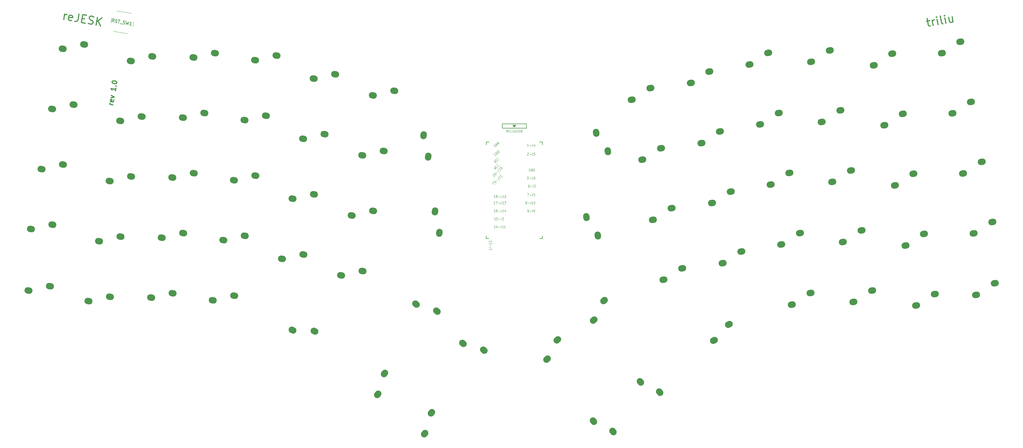
<source format=gto>
G04 #@! TF.GenerationSoftware,KiCad,Pcbnew,8.0.3*
G04 #@! TF.CreationDate,2024-07-15T09:39:08-04:00*
G04 #@! TF.ProjectId,reJESK,72654a45-534b-42e6-9b69-6361645f7063,1.0*
G04 #@! TF.SameCoordinates,Original*
G04 #@! TF.FileFunction,Legend,Top*
G04 #@! TF.FilePolarity,Positive*
%FSLAX46Y46*%
G04 Gerber Fmt 4.6, Leading zero omitted, Abs format (unit mm)*
G04 Created by KiCad (PCBNEW 8.0.3) date 2024-07-15 09:39:08*
%MOMM*%
%LPD*%
G01*
G04 APERTURE LIST*
G04 Aperture macros list*
%AMHorizOval*
0 Thick line with rounded ends*
0 $1 width*
0 $2 $3 position (X,Y) of the first rounded end (center of the circle)*
0 $4 $5 position (X,Y) of the second rounded end (center of the circle)*
0 Add line between two ends*
20,1,$1,$2,$3,$4,$5,0*
0 Add two circle primitives to create the rounded ends*
1,1,$1,$2,$3*
1,1,$1,$4,$5*%
G04 Aperture macros list end*
%ADD10C,0.300000*%
%ADD11C,0.125000*%
%ADD12C,0.120000*%
%ADD13C,0.150000*%
%ADD14HorizOval,2.000000X0.246202X-0.043412X-0.246202X0.043412X0*%
%ADD15HorizOval,2.000000X0.246202X0.043412X-0.246202X-0.043412X0*%
%ADD16HorizOval,2.000000X0.226577X-0.105655X-0.226577X0.105655X0*%
%ADD17HorizOval,2.000000X-0.043412X-0.246202X0.043412X0.246202X0*%
%ADD18HorizOval,2.000000X0.191511X-0.160697X-0.191511X0.160697X0*%
%ADD19HorizOval,2.000000X-0.160697X-0.191511X0.160697X0.191511X0*%
%ADD20HorizOval,2.000000X0.043412X-0.246202X-0.043412X0.246202X0*%
%ADD21HorizOval,2.000000X0.226577X0.105655X-0.226577X-0.105655X0*%
%ADD22HorizOval,2.000000X-0.160697X0.191511X0.160697X-0.191511X0*%
%ADD23HorizOval,2.000000X0.191511X0.160697X-0.191511X-0.160697X0*%
%ADD24HorizOval,2.000000X-0.043412X0.246202X0.043412X-0.246202X0*%
%ADD25HorizOval,2.000000X0.043412X0.246202X-0.043412X-0.246202X0*%
G04 APERTURE END LIST*
D10*
X81557415Y-76982540D02*
X80572607Y-76808892D01*
X80853981Y-76858506D02*
X80725697Y-76763356D01*
X80725697Y-76763356D02*
X80667757Y-76680609D01*
X80667757Y-76680609D02*
X80622221Y-76527519D01*
X80622221Y-76527519D02*
X80647028Y-76386832D01*
X81747544Y-75492926D02*
X81793080Y-75646016D01*
X81793080Y-75646016D02*
X81743466Y-75927390D01*
X81743466Y-75927390D02*
X81648316Y-76055673D01*
X81648316Y-76055673D02*
X81495226Y-76101210D01*
X81495226Y-76101210D02*
X80932478Y-76001982D01*
X80932478Y-76001982D02*
X80804195Y-75906832D01*
X80804195Y-75906832D02*
X80758659Y-75753741D01*
X80758659Y-75753741D02*
X80808272Y-75472368D01*
X80808272Y-75472368D02*
X80903423Y-75344084D01*
X80903423Y-75344084D02*
X81056513Y-75298548D01*
X81056513Y-75298548D02*
X81197200Y-75323355D01*
X81197200Y-75323355D02*
X81213852Y-76051596D01*
X80932307Y-74768934D02*
X81979132Y-74590865D01*
X81979132Y-74590865D02*
X81056341Y-74065500D01*
X82475269Y-71777129D02*
X82326428Y-72621250D01*
X82400849Y-72199189D02*
X80923637Y-71938717D01*
X80923637Y-71938717D02*
X81109860Y-72116614D01*
X81109860Y-72116614D02*
X81225740Y-72282108D01*
X81225740Y-72282108D02*
X81271277Y-72435198D01*
X82446213Y-71119232D02*
X82528960Y-71061292D01*
X82528960Y-71061292D02*
X82586900Y-71144039D01*
X82586900Y-71144039D02*
X82504153Y-71201979D01*
X82504153Y-71201979D02*
X82446213Y-71119232D01*
X82446213Y-71119232D02*
X82586900Y-71144039D01*
X81283337Y-69898758D02*
X81308144Y-69758072D01*
X81308144Y-69758072D02*
X81403294Y-69629788D01*
X81403294Y-69629788D02*
X81486041Y-69571848D01*
X81486041Y-69571848D02*
X81639131Y-69526312D01*
X81639131Y-69526312D02*
X81932908Y-69505582D01*
X81932908Y-69505582D02*
X82284625Y-69567599D01*
X82284625Y-69567599D02*
X82553595Y-69687556D01*
X82553595Y-69687556D02*
X82681879Y-69782707D01*
X82681879Y-69782707D02*
X82739819Y-69865454D01*
X82739819Y-69865454D02*
X82785355Y-70018544D01*
X82785355Y-70018544D02*
X82760548Y-70159231D01*
X82760548Y-70159231D02*
X82665398Y-70287514D01*
X82665398Y-70287514D02*
X82582651Y-70345454D01*
X82582651Y-70345454D02*
X82429561Y-70390991D01*
X82429561Y-70390991D02*
X82135784Y-70411720D01*
X82135784Y-70411720D02*
X81784067Y-70349703D01*
X81784067Y-70349703D02*
X81515097Y-70229746D01*
X81515097Y-70229746D02*
X81386813Y-70134596D01*
X81386813Y-70134596D02*
X81328873Y-70051849D01*
X81328873Y-70051849D02*
X81283337Y-69898758D01*
X335402647Y-50868131D02*
X336340559Y-50702752D01*
X335609657Y-49985441D02*
X335981760Y-52095743D01*
X335981760Y-52095743D02*
X336140344Y-52309549D01*
X336140344Y-52309549D02*
X336395495Y-52385443D01*
X336395495Y-52385443D02*
X336629973Y-52344098D01*
X337450645Y-52199392D02*
X337161232Y-50558045D01*
X337243921Y-51027002D02*
X337319816Y-50771851D01*
X337319816Y-50771851D02*
X337416382Y-50633940D01*
X337416382Y-50633940D02*
X337630188Y-50475356D01*
X337630188Y-50475356D02*
X337864666Y-50434011D01*
X338974753Y-51930651D02*
X338685339Y-50289304D01*
X338540632Y-49468631D02*
X338444066Y-49606543D01*
X338444066Y-49606543D02*
X338581977Y-49703109D01*
X338581977Y-49703109D02*
X338678544Y-49565198D01*
X338678544Y-49565198D02*
X338540632Y-49468631D01*
X338540632Y-49468631D02*
X338581977Y-49703109D01*
X340498860Y-51661909D02*
X340243709Y-51586015D01*
X340243709Y-51586015D02*
X340085125Y-51372209D01*
X340085125Y-51372209D02*
X339713022Y-49261907D01*
X341436772Y-51496530D02*
X341147358Y-49855184D01*
X341002652Y-49034511D02*
X340906085Y-49172422D01*
X340906085Y-49172422D02*
X341043996Y-49268989D01*
X341043996Y-49268989D02*
X341140563Y-49131077D01*
X341140563Y-49131077D02*
X341002652Y-49034511D01*
X341002652Y-49034511D02*
X341043996Y-49268989D01*
X343374899Y-49462408D02*
X343664313Y-51103754D01*
X342319748Y-49648460D02*
X342547145Y-50938089D01*
X342547145Y-50938089D02*
X342705729Y-51151895D01*
X342705729Y-51151895D02*
X342960879Y-51227789D01*
X342960879Y-51227789D02*
X343312596Y-51165772D01*
X343312596Y-51165772D02*
X343526402Y-51007188D01*
X343526402Y-51007188D02*
X343622968Y-50869276D01*
X66207731Y-50306835D02*
X66497145Y-48665489D01*
X66414455Y-49134445D02*
X66573039Y-48920639D01*
X66573039Y-48920639D02*
X66710951Y-48824073D01*
X66710951Y-48824073D02*
X66966101Y-48748179D01*
X66966101Y-48748179D02*
X67200579Y-48789523D01*
X68690423Y-50623717D02*
X68435273Y-50699611D01*
X68435273Y-50699611D02*
X67966316Y-50616921D01*
X67966316Y-50616921D02*
X67752511Y-50458337D01*
X67752511Y-50458337D02*
X67676617Y-50203187D01*
X67676617Y-50203187D02*
X67841996Y-49265275D01*
X67841996Y-49265275D02*
X68000580Y-49051469D01*
X68000580Y-49051469D02*
X68255730Y-48975575D01*
X68255730Y-48975575D02*
X68724686Y-49058265D01*
X68724686Y-49058265D02*
X68938492Y-49216848D01*
X68938492Y-49216848D02*
X69014386Y-49471999D01*
X69014386Y-49471999D02*
X68973041Y-49706477D01*
X68973041Y-49706477D02*
X67759306Y-49734231D01*
X70979695Y-48609695D02*
X70669609Y-50368280D01*
X70669609Y-50368280D02*
X70490353Y-50699325D01*
X70490353Y-50699325D02*
X70214530Y-50892458D01*
X70214530Y-50892458D02*
X69842141Y-50947680D01*
X69842141Y-50947680D02*
X69607663Y-50906335D01*
X71945361Y-49988809D02*
X72766035Y-50133516D01*
X72890355Y-51485162D02*
X71717965Y-51278438D01*
X71717965Y-51278438D02*
X72152085Y-48816419D01*
X72152085Y-48816419D02*
X73324476Y-49023143D01*
X73848940Y-51533302D02*
X74179985Y-51712559D01*
X74179985Y-51712559D02*
X74766180Y-51815921D01*
X74766180Y-51815921D02*
X75021330Y-51740026D01*
X75021330Y-51740026D02*
X75159242Y-51643460D01*
X75159242Y-51643460D02*
X75317825Y-51429654D01*
X75317825Y-51429654D02*
X75359170Y-51195176D01*
X75359170Y-51195176D02*
X75283276Y-50940026D01*
X75283276Y-50940026D02*
X75186709Y-50802114D01*
X75186709Y-50802114D02*
X74972904Y-50643530D01*
X74972904Y-50643530D02*
X74524620Y-50443602D01*
X74524620Y-50443602D02*
X74310814Y-50285018D01*
X74310814Y-50285018D02*
X74214248Y-50147106D01*
X74214248Y-50147106D02*
X74138354Y-49891956D01*
X74138354Y-49891956D02*
X74179698Y-49657478D01*
X74179698Y-49657478D02*
X74338282Y-49443672D01*
X74338282Y-49443672D02*
X74476194Y-49347106D01*
X74476194Y-49347106D02*
X74731344Y-49271212D01*
X74731344Y-49271212D02*
X75317539Y-49374574D01*
X75317539Y-49374574D02*
X75648584Y-49553830D01*
X76290287Y-52084662D02*
X76724407Y-49622642D01*
X77697155Y-52332731D02*
X76890072Y-50739811D01*
X78131275Y-49870711D02*
X76476338Y-51029511D01*
D11*
X210936058Y-110475855D02*
X211063677Y-110475855D01*
X211063677Y-110475855D02*
X211127487Y-110437760D01*
X211127487Y-110437760D02*
X211159391Y-110399664D01*
X211159391Y-110399664D02*
X211223201Y-110285379D01*
X211223201Y-110285379D02*
X211255106Y-110132998D01*
X211255106Y-110132998D02*
X211255106Y-109828236D01*
X211255106Y-109828236D02*
X211223201Y-109752045D01*
X211223201Y-109752045D02*
X211191296Y-109713950D01*
X211191296Y-109713950D02*
X211127487Y-109675855D01*
X211127487Y-109675855D02*
X210999868Y-109675855D01*
X210999868Y-109675855D02*
X210936058Y-109713950D01*
X210936058Y-109713950D02*
X210904153Y-109752045D01*
X210904153Y-109752045D02*
X210872249Y-109828236D01*
X210872249Y-109828236D02*
X210872249Y-110018712D01*
X210872249Y-110018712D02*
X210904153Y-110094902D01*
X210904153Y-110094902D02*
X210936058Y-110132998D01*
X210936058Y-110132998D02*
X210999868Y-110171093D01*
X210999868Y-110171093D02*
X211127487Y-110171093D01*
X211127487Y-110171093D02*
X211191296Y-110132998D01*
X211191296Y-110132998D02*
X211223201Y-110094902D01*
X211223201Y-110094902D02*
X211255106Y-110018712D01*
X211542248Y-110171093D02*
X212052725Y-110171093D01*
X212371772Y-110475855D02*
X212371772Y-109942521D01*
X212371772Y-110094902D02*
X212403677Y-110018712D01*
X212403677Y-110018712D02*
X212435582Y-109980617D01*
X212435582Y-109980617D02*
X212499391Y-109942521D01*
X212499391Y-109942521D02*
X212563201Y-109942521D01*
X212818439Y-110475855D02*
X212946058Y-110475855D01*
X212946058Y-110475855D02*
X213009868Y-110437760D01*
X213009868Y-110437760D02*
X213041772Y-110399664D01*
X213041772Y-110399664D02*
X213105582Y-110285379D01*
X213105582Y-110285379D02*
X213137487Y-110132998D01*
X213137487Y-110132998D02*
X213137487Y-109828236D01*
X213137487Y-109828236D02*
X213105582Y-109752045D01*
X213105582Y-109752045D02*
X213073677Y-109713950D01*
X213073677Y-109713950D02*
X213009868Y-109675855D01*
X213009868Y-109675855D02*
X212882249Y-109675855D01*
X212882249Y-109675855D02*
X212818439Y-109713950D01*
X212818439Y-109713950D02*
X212786534Y-109752045D01*
X212786534Y-109752045D02*
X212754630Y-109828236D01*
X212754630Y-109828236D02*
X212754630Y-110018712D01*
X212754630Y-110018712D02*
X212786534Y-110094902D01*
X212786534Y-110094902D02*
X212818439Y-110132998D01*
X212818439Y-110132998D02*
X212882249Y-110171093D01*
X212882249Y-110171093D02*
X213009868Y-110171093D01*
X213009868Y-110171093D02*
X213073677Y-110132998D01*
X213073677Y-110132998D02*
X213105582Y-110094902D01*
X213105582Y-110094902D02*
X213137487Y-110018712D01*
X198891272Y-119793451D02*
X198891272Y-119410594D01*
X198891272Y-119602022D02*
X199691272Y-119602022D01*
X199691272Y-119602022D02*
X199576987Y-119538213D01*
X199576987Y-119538213D02*
X199500796Y-119474403D01*
X199500796Y-119474403D02*
X199462701Y-119410594D01*
X199691272Y-120016784D02*
X199691272Y-120431546D01*
X199691272Y-120431546D02*
X199386510Y-120208212D01*
X199386510Y-120208212D02*
X199386510Y-120303927D01*
X199386510Y-120303927D02*
X199348415Y-120367736D01*
X199348415Y-120367736D02*
X199310320Y-120399641D01*
X199310320Y-120399641D02*
X199234129Y-120431546D01*
X199234129Y-120431546D02*
X199043653Y-120431546D01*
X199043653Y-120431546D02*
X198967463Y-120399641D01*
X198967463Y-120399641D02*
X198929368Y-120367736D01*
X198929368Y-120367736D02*
X198891272Y-120303927D01*
X198891272Y-120303927D02*
X198891272Y-120112498D01*
X198891272Y-120112498D02*
X198929368Y-120048689D01*
X198929368Y-120048689D02*
X198967463Y-120016784D01*
X199196034Y-120718688D02*
X199196034Y-121229165D01*
X198891272Y-121548212D02*
X199424606Y-121548212D01*
X199272225Y-121548212D02*
X199348415Y-121580117D01*
X199348415Y-121580117D02*
X199386510Y-121612022D01*
X199386510Y-121612022D02*
X199424606Y-121675831D01*
X199424606Y-121675831D02*
X199424606Y-121739641D01*
X199691272Y-121899165D02*
X199691272Y-122345831D01*
X199691272Y-122345831D02*
X198891272Y-122058689D01*
X200787249Y-110475855D02*
X200404392Y-110475855D01*
X200595820Y-110475855D02*
X200595820Y-109675855D01*
X200595820Y-109675855D02*
X200532011Y-109790140D01*
X200532011Y-109790140D02*
X200468201Y-109866331D01*
X200468201Y-109866331D02*
X200404392Y-109904426D01*
X201361534Y-109675855D02*
X201233915Y-109675855D01*
X201233915Y-109675855D02*
X201170106Y-109713950D01*
X201170106Y-109713950D02*
X201138201Y-109752045D01*
X201138201Y-109752045D02*
X201074391Y-109866331D01*
X201074391Y-109866331D02*
X201042487Y-110018712D01*
X201042487Y-110018712D02*
X201042487Y-110323474D01*
X201042487Y-110323474D02*
X201074391Y-110399664D01*
X201074391Y-110399664D02*
X201106296Y-110437760D01*
X201106296Y-110437760D02*
X201170106Y-110475855D01*
X201170106Y-110475855D02*
X201297725Y-110475855D01*
X201297725Y-110475855D02*
X201361534Y-110437760D01*
X201361534Y-110437760D02*
X201393439Y-110399664D01*
X201393439Y-110399664D02*
X201425344Y-110323474D01*
X201425344Y-110323474D02*
X201425344Y-110132998D01*
X201425344Y-110132998D02*
X201393439Y-110056807D01*
X201393439Y-110056807D02*
X201361534Y-110018712D01*
X201361534Y-110018712D02*
X201297725Y-109980617D01*
X201297725Y-109980617D02*
X201170106Y-109980617D01*
X201170106Y-109980617D02*
X201106296Y-110018712D01*
X201106296Y-110018712D02*
X201074391Y-110056807D01*
X201074391Y-110056807D02*
X201042487Y-110132998D01*
X201712486Y-110171093D02*
X202222963Y-110171093D01*
X202829153Y-110437760D02*
X202765344Y-110475855D01*
X202765344Y-110475855D02*
X202637725Y-110475855D01*
X202637725Y-110475855D02*
X202573915Y-110437760D01*
X202573915Y-110437760D02*
X202542010Y-110399664D01*
X202542010Y-110399664D02*
X202510106Y-110323474D01*
X202510106Y-110323474D02*
X202510106Y-110094902D01*
X202510106Y-110094902D02*
X202542010Y-110018712D01*
X202542010Y-110018712D02*
X202573915Y-109980617D01*
X202573915Y-109980617D02*
X202637725Y-109942521D01*
X202637725Y-109942521D02*
X202765344Y-109942521D01*
X202765344Y-109942521D02*
X202829153Y-109980617D01*
X203467249Y-110475855D02*
X203084392Y-110475855D01*
X203275820Y-110475855D02*
X203275820Y-109675855D01*
X203275820Y-109675855D02*
X203212011Y-109790140D01*
X203212011Y-109790140D02*
X203148201Y-109866331D01*
X203148201Y-109866331D02*
X203084392Y-109904426D01*
X204041534Y-109942521D02*
X204041534Y-110475855D01*
X203882010Y-109637760D02*
X203722487Y-110209188D01*
X203722487Y-110209188D02*
X204137248Y-110209188D01*
X211143439Y-99425855D02*
X210824391Y-99425855D01*
X210824391Y-99425855D02*
X210792487Y-99806807D01*
X210792487Y-99806807D02*
X210824391Y-99768712D01*
X210824391Y-99768712D02*
X210888201Y-99730617D01*
X210888201Y-99730617D02*
X211047725Y-99730617D01*
X211047725Y-99730617D02*
X211111534Y-99768712D01*
X211111534Y-99768712D02*
X211143439Y-99806807D01*
X211143439Y-99806807D02*
X211175344Y-99882998D01*
X211175344Y-99882998D02*
X211175344Y-100073474D01*
X211175344Y-100073474D02*
X211143439Y-100149664D01*
X211143439Y-100149664D02*
X211111534Y-100187760D01*
X211111534Y-100187760D02*
X211047725Y-100225855D01*
X211047725Y-100225855D02*
X210888201Y-100225855D01*
X210888201Y-100225855D02*
X210824391Y-100187760D01*
X210824391Y-100187760D02*
X210792487Y-100149664D01*
X211462486Y-99921093D02*
X211972963Y-99921093D01*
X212579153Y-100187760D02*
X212515344Y-100225855D01*
X212515344Y-100225855D02*
X212387725Y-100225855D01*
X212387725Y-100225855D02*
X212323915Y-100187760D01*
X212323915Y-100187760D02*
X212292010Y-100149664D01*
X212292010Y-100149664D02*
X212260106Y-100073474D01*
X212260106Y-100073474D02*
X212260106Y-99844902D01*
X212260106Y-99844902D02*
X212292010Y-99768712D01*
X212292010Y-99768712D02*
X212323915Y-99730617D01*
X212323915Y-99730617D02*
X212387725Y-99692521D01*
X212387725Y-99692521D02*
X212515344Y-99692521D01*
X212515344Y-99692521D02*
X212579153Y-99730617D01*
X213153439Y-99425855D02*
X213025820Y-99425855D01*
X213025820Y-99425855D02*
X212962011Y-99463950D01*
X212962011Y-99463950D02*
X212930106Y-99502045D01*
X212930106Y-99502045D02*
X212866296Y-99616331D01*
X212866296Y-99616331D02*
X212834392Y-99768712D01*
X212834392Y-99768712D02*
X212834392Y-100073474D01*
X212834392Y-100073474D02*
X212866296Y-100149664D01*
X212866296Y-100149664D02*
X212898201Y-100187760D01*
X212898201Y-100187760D02*
X212962011Y-100225855D01*
X212962011Y-100225855D02*
X213089630Y-100225855D01*
X213089630Y-100225855D02*
X213153439Y-100187760D01*
X213153439Y-100187760D02*
X213185344Y-100149664D01*
X213185344Y-100149664D02*
X213217249Y-100073474D01*
X213217249Y-100073474D02*
X213217249Y-99882998D01*
X213217249Y-99882998D02*
X213185344Y-99806807D01*
X213185344Y-99806807D02*
X213153439Y-99768712D01*
X213153439Y-99768712D02*
X213089630Y-99730617D01*
X213089630Y-99730617D02*
X212962011Y-99730617D01*
X212962011Y-99730617D02*
X212898201Y-99768712D01*
X212898201Y-99768712D02*
X212866296Y-99806807D01*
X212866296Y-99806807D02*
X212834392Y-99882998D01*
X200724205Y-101657123D02*
X200453484Y-101927844D01*
X200588845Y-101792484D02*
X200023159Y-101226798D01*
X200023159Y-101226798D02*
X200058851Y-101352731D01*
X200058851Y-101352731D02*
X200067606Y-101451726D01*
X200067606Y-101451726D02*
X200049423Y-101523783D01*
X200949806Y-101431523D02*
X201040046Y-101341283D01*
X201040046Y-101341283D02*
X201058229Y-101269225D01*
X201058229Y-101269225D02*
X201053851Y-101219727D01*
X201053851Y-101219727D02*
X201018159Y-101093795D01*
X201018159Y-101093795D02*
X200932970Y-100963485D01*
X200932970Y-100963485D02*
X200717470Y-100747986D01*
X200717470Y-100747986D02*
X200641036Y-100716672D01*
X200641036Y-100716672D02*
X200591538Y-100712294D01*
X200591538Y-100712294D02*
X200519481Y-100730477D01*
X200519481Y-100730477D02*
X200429240Y-100820717D01*
X200429240Y-100820717D02*
X200411057Y-100892775D01*
X200411057Y-100892775D02*
X200415435Y-100942272D01*
X200415435Y-100942272D02*
X200446750Y-101018707D01*
X200446750Y-101018707D02*
X200581437Y-101153394D01*
X200581437Y-101153394D02*
X200657871Y-101184709D01*
X200657871Y-101184709D02*
X200707369Y-101189086D01*
X200707369Y-101189086D02*
X200779426Y-101170903D01*
X200779426Y-101170903D02*
X200869667Y-101080663D01*
X200869667Y-101080663D02*
X200887849Y-101008606D01*
X200887849Y-101008606D02*
X200883472Y-100959108D01*
X200883472Y-100959108D02*
X200852157Y-100882673D01*
X201162948Y-100787382D02*
X201523909Y-100426421D01*
X202141112Y-100186341D02*
X202122929Y-100258399D01*
X202122929Y-100258399D02*
X202032689Y-100348639D01*
X202032689Y-100348639D02*
X201960631Y-100366822D01*
X201960631Y-100366822D02*
X201911134Y-100362445D01*
X201911134Y-100362445D02*
X201834699Y-100331130D01*
X201834699Y-100331130D02*
X201673075Y-100169506D01*
X201673075Y-100169506D02*
X201641760Y-100093071D01*
X201641760Y-100093071D02*
X201637383Y-100043573D01*
X201637383Y-100043573D02*
X201655565Y-99971516D01*
X201655565Y-99971516D02*
X201745806Y-99881275D01*
X201745806Y-99881275D02*
X201817863Y-99863093D01*
X202619251Y-99762077D02*
X202348530Y-100032798D01*
X202483891Y-99897438D02*
X201918205Y-99331752D01*
X201918205Y-99331752D02*
X201953897Y-99457685D01*
X201953897Y-99457685D02*
X201962652Y-99556680D01*
X201962652Y-99556680D02*
X201944469Y-99628737D01*
X203070452Y-99310876D02*
X202799732Y-99581597D01*
X202935092Y-99446236D02*
X202369407Y-98880551D01*
X202369407Y-98880551D02*
X202405099Y-99006483D01*
X202405099Y-99006483D02*
X202413853Y-99105478D01*
X202413853Y-99105478D02*
X202395671Y-99177536D01*
X200612259Y-92191573D02*
X200540202Y-92209756D01*
X200540202Y-92209756D02*
X200472521Y-92277436D01*
X200472521Y-92277436D02*
X200431779Y-92372054D01*
X200431779Y-92372054D02*
X200440533Y-92471049D01*
X200440533Y-92471049D02*
X200471848Y-92547483D01*
X200471848Y-92547483D02*
X200557038Y-92677793D01*
X200557038Y-92677793D02*
X200637850Y-92758605D01*
X200637850Y-92758605D02*
X200768159Y-92843795D01*
X200768159Y-92843795D02*
X200844594Y-92875110D01*
X200844594Y-92875110D02*
X200943589Y-92883864D01*
X200943589Y-92883864D02*
X201038207Y-92843121D01*
X201038207Y-92843121D02*
X201083327Y-92798001D01*
X201083327Y-92798001D02*
X201124070Y-92703384D01*
X201124070Y-92703384D02*
X201119693Y-92653886D01*
X201119693Y-92653886D02*
X200931131Y-92465324D01*
X200931131Y-92465324D02*
X200840890Y-92555565D01*
X201376608Y-92504720D02*
X200810923Y-91939035D01*
X200810923Y-91939035D02*
X201647329Y-92233999D01*
X201647329Y-92233999D02*
X201081643Y-91668314D01*
X201872930Y-92008399D02*
X201307244Y-91442713D01*
X201307244Y-91442713D02*
X201420045Y-91329913D01*
X201420045Y-91329913D02*
X201514662Y-91289170D01*
X201514662Y-91289170D02*
X201613657Y-91297925D01*
X201613657Y-91297925D02*
X201690092Y-91329239D01*
X201690092Y-91329239D02*
X201820402Y-91414429D01*
X201820402Y-91414429D02*
X201901214Y-91495241D01*
X201901214Y-91495241D02*
X201986404Y-91625551D01*
X201986404Y-91625551D02*
X202017718Y-91701986D01*
X202017718Y-91701986D02*
X202026473Y-91800981D01*
X202026473Y-91800981D02*
X201985730Y-91895598D01*
X201985730Y-91895598D02*
X201872930Y-92008399D01*
X201252528Y-94878800D02*
X200825233Y-94767347D01*
X200981807Y-95149521D02*
X200416122Y-94583836D01*
X200416122Y-94583836D02*
X200596602Y-94403355D01*
X200596602Y-94403355D02*
X200668660Y-94385173D01*
X200668660Y-94385173D02*
X200718157Y-94389550D01*
X200718157Y-94389550D02*
X200794592Y-94420865D01*
X200794592Y-94420865D02*
X200875404Y-94501677D01*
X200875404Y-94501677D02*
X200906719Y-94578112D01*
X200906719Y-94578112D02*
X200911096Y-94627609D01*
X200911096Y-94627609D02*
X200892914Y-94699667D01*
X200892914Y-94699667D02*
X200712433Y-94880147D01*
X201406071Y-94671383D02*
X201500689Y-94630640D01*
X201500689Y-94630640D02*
X201613489Y-94517839D01*
X201613489Y-94517839D02*
X201631672Y-94445782D01*
X201631672Y-94445782D02*
X201627294Y-94396284D01*
X201627294Y-94396284D02*
X201595980Y-94319849D01*
X201595980Y-94319849D02*
X201542105Y-94265975D01*
X201542105Y-94265975D02*
X201465670Y-94234660D01*
X201465670Y-94234660D02*
X201416173Y-94230283D01*
X201416173Y-94230283D02*
X201344115Y-94248465D01*
X201344115Y-94248465D02*
X201226937Y-94311768D01*
X201226937Y-94311768D02*
X201154880Y-94329951D01*
X201154880Y-94329951D02*
X201105382Y-94325574D01*
X201105382Y-94325574D02*
X201028947Y-94294259D01*
X201028947Y-94294259D02*
X200975073Y-94240384D01*
X200975073Y-94240384D02*
X200943758Y-94163949D01*
X200943758Y-94163949D02*
X200939381Y-94114452D01*
X200939381Y-94114452D02*
X200957563Y-94042394D01*
X200957563Y-94042394D02*
X201070364Y-93929594D01*
X201070364Y-93929594D02*
X201164981Y-93888851D01*
X201273404Y-93726553D02*
X201544125Y-93455832D01*
X201974450Y-94156878D02*
X201408765Y-93591193D01*
X210792487Y-92002045D02*
X210824391Y-91963950D01*
X210824391Y-91963950D02*
X210888201Y-91925855D01*
X210888201Y-91925855D02*
X211047725Y-91925855D01*
X211047725Y-91925855D02*
X211111534Y-91963950D01*
X211111534Y-91963950D02*
X211143439Y-92002045D01*
X211143439Y-92002045D02*
X211175344Y-92078236D01*
X211175344Y-92078236D02*
X211175344Y-92154426D01*
X211175344Y-92154426D02*
X211143439Y-92268712D01*
X211143439Y-92268712D02*
X210760582Y-92725855D01*
X210760582Y-92725855D02*
X211175344Y-92725855D01*
X211462486Y-92421093D02*
X211972963Y-92421093D01*
X212579153Y-92687760D02*
X212515344Y-92725855D01*
X212515344Y-92725855D02*
X212387725Y-92725855D01*
X212387725Y-92725855D02*
X212323915Y-92687760D01*
X212323915Y-92687760D02*
X212292010Y-92649664D01*
X212292010Y-92649664D02*
X212260106Y-92573474D01*
X212260106Y-92573474D02*
X212260106Y-92344902D01*
X212260106Y-92344902D02*
X212292010Y-92268712D01*
X212292010Y-92268712D02*
X212323915Y-92230617D01*
X212323915Y-92230617D02*
X212387725Y-92192521D01*
X212387725Y-92192521D02*
X212515344Y-92192521D01*
X212515344Y-92192521D02*
X212579153Y-92230617D01*
X213185344Y-91925855D02*
X212866296Y-91925855D01*
X212866296Y-91925855D02*
X212834392Y-92306807D01*
X212834392Y-92306807D02*
X212866296Y-92268712D01*
X212866296Y-92268712D02*
X212930106Y-92230617D01*
X212930106Y-92230617D02*
X213089630Y-92230617D01*
X213089630Y-92230617D02*
X213153439Y-92268712D01*
X213153439Y-92268712D02*
X213185344Y-92306807D01*
X213185344Y-92306807D02*
X213217249Y-92382998D01*
X213217249Y-92382998D02*
X213217249Y-92573474D01*
X213217249Y-92573474D02*
X213185344Y-92649664D01*
X213185344Y-92649664D02*
X213153439Y-92687760D01*
X213153439Y-92687760D02*
X213089630Y-92725855D01*
X213089630Y-92725855D02*
X212930106Y-92725855D01*
X212930106Y-92725855D02*
X212866296Y-92687760D01*
X212866296Y-92687760D02*
X212834392Y-92649664D01*
X200867011Y-115475855D02*
X200484154Y-115475855D01*
X200675582Y-115475855D02*
X200675582Y-114675855D01*
X200675582Y-114675855D02*
X200611773Y-114790140D01*
X200611773Y-114790140D02*
X200547963Y-114866331D01*
X200547963Y-114866331D02*
X200484154Y-114904426D01*
X201441296Y-114942521D02*
X201441296Y-115475855D01*
X201281772Y-114637760D02*
X201122249Y-115209188D01*
X201122249Y-115209188D02*
X201537010Y-115209188D01*
X201792248Y-115171093D02*
X202302725Y-115171093D01*
X202621772Y-115475855D02*
X202621772Y-114942521D01*
X202621772Y-115094902D02*
X202653677Y-115018712D01*
X202653677Y-115018712D02*
X202685582Y-114980617D01*
X202685582Y-114980617D02*
X202749391Y-114942521D01*
X202749391Y-114942521D02*
X202813201Y-114942521D01*
X203387487Y-115475855D02*
X203004630Y-115475855D01*
X203196058Y-115475855D02*
X203196058Y-114675855D01*
X203196058Y-114675855D02*
X203132249Y-114790140D01*
X203132249Y-114790140D02*
X203068439Y-114866331D01*
X203068439Y-114866331D02*
X203004630Y-114904426D01*
X204025582Y-115475855D02*
X203642725Y-115475855D01*
X203834153Y-115475855D02*
X203834153Y-114675855D01*
X203834153Y-114675855D02*
X203770344Y-114790140D01*
X203770344Y-114790140D02*
X203706534Y-114866331D01*
X203706534Y-114866331D02*
X203642725Y-114904426D01*
X211441296Y-101925855D02*
X211313677Y-101925855D01*
X211313677Y-101925855D02*
X211249868Y-101963950D01*
X211249868Y-101963950D02*
X211217963Y-102002045D01*
X211217963Y-102002045D02*
X211154153Y-102116331D01*
X211154153Y-102116331D02*
X211122249Y-102268712D01*
X211122249Y-102268712D02*
X211122249Y-102573474D01*
X211122249Y-102573474D02*
X211154153Y-102649664D01*
X211154153Y-102649664D02*
X211186058Y-102687760D01*
X211186058Y-102687760D02*
X211249868Y-102725855D01*
X211249868Y-102725855D02*
X211377487Y-102725855D01*
X211377487Y-102725855D02*
X211441296Y-102687760D01*
X211441296Y-102687760D02*
X211473201Y-102649664D01*
X211473201Y-102649664D02*
X211505106Y-102573474D01*
X211505106Y-102573474D02*
X211505106Y-102382998D01*
X211505106Y-102382998D02*
X211473201Y-102306807D01*
X211473201Y-102306807D02*
X211441296Y-102268712D01*
X211441296Y-102268712D02*
X211377487Y-102230617D01*
X211377487Y-102230617D02*
X211249868Y-102230617D01*
X211249868Y-102230617D02*
X211186058Y-102268712D01*
X211186058Y-102268712D02*
X211154153Y-102306807D01*
X211154153Y-102306807D02*
X211122249Y-102382998D01*
X211792248Y-102421093D02*
X212302725Y-102421093D01*
X212621772Y-102725855D02*
X212621772Y-102192521D01*
X212621772Y-102344902D02*
X212653677Y-102268712D01*
X212653677Y-102268712D02*
X212685582Y-102230617D01*
X212685582Y-102230617D02*
X212749391Y-102192521D01*
X212749391Y-102192521D02*
X212813201Y-102192521D01*
X213387487Y-102725855D02*
X213004630Y-102725855D01*
X213196058Y-102725855D02*
X213196058Y-101925855D01*
X213196058Y-101925855D02*
X213132249Y-102040140D01*
X213132249Y-102040140D02*
X213068439Y-102116331D01*
X213068439Y-102116331D02*
X213004630Y-102154426D01*
X201184847Y-89946481D02*
X200757553Y-89835028D01*
X200914126Y-90217202D02*
X200348441Y-89651517D01*
X200348441Y-89651517D02*
X200528921Y-89471036D01*
X200528921Y-89471036D02*
X200600979Y-89452853D01*
X200600979Y-89452853D02*
X200650476Y-89457231D01*
X200650476Y-89457231D02*
X200726911Y-89488545D01*
X200726911Y-89488545D02*
X200807723Y-89569358D01*
X200807723Y-89569358D02*
X200839038Y-89645792D01*
X200839038Y-89645792D02*
X200843416Y-89695290D01*
X200843416Y-89695290D02*
X200825233Y-89767348D01*
X200825233Y-89767348D02*
X200644752Y-89947828D01*
X201203703Y-89604376D02*
X201429304Y-89378775D01*
X201320208Y-89811121D02*
X200912443Y-89087515D01*
X200912443Y-89087515D02*
X201636049Y-89495280D01*
X201183164Y-88816794D02*
X201861649Y-89269679D01*
X201861649Y-89269679D02*
X201547829Y-88775378D01*
X201547829Y-88775378D02*
X202042130Y-89089198D01*
X202042130Y-89089198D02*
X201589245Y-88410712D01*
X211175344Y-89975855D02*
X210792487Y-89975855D01*
X210983915Y-89975855D02*
X210983915Y-89175855D01*
X210983915Y-89175855D02*
X210920106Y-89290140D01*
X210920106Y-89290140D02*
X210856296Y-89366331D01*
X210856296Y-89366331D02*
X210792487Y-89404426D01*
X211462486Y-89671093D02*
X211972963Y-89671093D01*
X212579153Y-89937760D02*
X212515344Y-89975855D01*
X212515344Y-89975855D02*
X212387725Y-89975855D01*
X212387725Y-89975855D02*
X212323915Y-89937760D01*
X212323915Y-89937760D02*
X212292010Y-89899664D01*
X212292010Y-89899664D02*
X212260106Y-89823474D01*
X212260106Y-89823474D02*
X212260106Y-89594902D01*
X212260106Y-89594902D02*
X212292010Y-89518712D01*
X212292010Y-89518712D02*
X212323915Y-89480617D01*
X212323915Y-89480617D02*
X212387725Y-89442521D01*
X212387725Y-89442521D02*
X212515344Y-89442521D01*
X212515344Y-89442521D02*
X212579153Y-89480617D01*
X213153439Y-89442521D02*
X213153439Y-89975855D01*
X212993915Y-89137760D02*
X212834392Y-89709188D01*
X212834392Y-89709188D02*
X213249153Y-89709188D01*
X200936059Y-112975855D02*
X200553202Y-112975855D01*
X200744630Y-112975855D02*
X200744630Y-112175855D01*
X200744630Y-112175855D02*
X200680821Y-112290140D01*
X200680821Y-112290140D02*
X200617011Y-112366331D01*
X200617011Y-112366331D02*
X200553202Y-112404426D01*
X201542249Y-112175855D02*
X201223201Y-112175855D01*
X201223201Y-112175855D02*
X201191297Y-112556807D01*
X201191297Y-112556807D02*
X201223201Y-112518712D01*
X201223201Y-112518712D02*
X201287011Y-112480617D01*
X201287011Y-112480617D02*
X201446535Y-112480617D01*
X201446535Y-112480617D02*
X201510344Y-112518712D01*
X201510344Y-112518712D02*
X201542249Y-112556807D01*
X201542249Y-112556807D02*
X201574154Y-112632998D01*
X201574154Y-112632998D02*
X201574154Y-112823474D01*
X201574154Y-112823474D02*
X201542249Y-112899664D01*
X201542249Y-112899664D02*
X201510344Y-112937760D01*
X201510344Y-112937760D02*
X201446535Y-112975855D01*
X201446535Y-112975855D02*
X201287011Y-112975855D01*
X201287011Y-112975855D02*
X201223201Y-112937760D01*
X201223201Y-112937760D02*
X201191297Y-112899664D01*
X201861296Y-112671093D02*
X202371773Y-112671093D01*
X202690820Y-112975855D02*
X202690820Y-112442521D01*
X202690820Y-112594902D02*
X202722725Y-112518712D01*
X202722725Y-112518712D02*
X202754630Y-112480617D01*
X202754630Y-112480617D02*
X202818439Y-112442521D01*
X202818439Y-112442521D02*
X202882249Y-112442521D01*
X203073678Y-112252045D02*
X203105582Y-112213950D01*
X203105582Y-112213950D02*
X203169392Y-112175855D01*
X203169392Y-112175855D02*
X203328916Y-112175855D01*
X203328916Y-112175855D02*
X203392725Y-112213950D01*
X203392725Y-112213950D02*
X203424630Y-112252045D01*
X203424630Y-112252045D02*
X203456535Y-112328236D01*
X203456535Y-112328236D02*
X203456535Y-112404426D01*
X203456535Y-112404426D02*
X203424630Y-112518712D01*
X203424630Y-112518712D02*
X203041773Y-112975855D01*
X203041773Y-112975855D02*
X203456535Y-112975855D01*
X210840344Y-104675855D02*
X211287010Y-104675855D01*
X211287010Y-104675855D02*
X210999868Y-105475855D01*
X211542248Y-105171093D02*
X212052725Y-105171093D01*
X212371772Y-105475855D02*
X212371772Y-104942521D01*
X212371772Y-105094902D02*
X212403677Y-105018712D01*
X212403677Y-105018712D02*
X212435582Y-104980617D01*
X212435582Y-104980617D02*
X212499391Y-104942521D01*
X212499391Y-104942521D02*
X212563201Y-104942521D01*
X212722725Y-104675855D02*
X213137487Y-104675855D01*
X213137487Y-104675855D02*
X212914153Y-104980617D01*
X212914153Y-104980617D02*
X213009868Y-104980617D01*
X213009868Y-104980617D02*
X213073677Y-105018712D01*
X213073677Y-105018712D02*
X213105582Y-105056807D01*
X213105582Y-105056807D02*
X213137487Y-105132998D01*
X213137487Y-105132998D02*
X213137487Y-105323474D01*
X213137487Y-105323474D02*
X213105582Y-105399664D01*
X213105582Y-105399664D02*
X213073677Y-105437760D01*
X213073677Y-105437760D02*
X213009868Y-105475855D01*
X213009868Y-105475855D02*
X212818439Y-105475855D01*
X212818439Y-105475855D02*
X212754630Y-105437760D01*
X212754630Y-105437760D02*
X212722725Y-105399664D01*
X200314601Y-96685357D02*
X201038207Y-97093122D01*
X201038207Y-97093122D02*
X200630442Y-96369516D01*
X201570894Y-96452685D02*
X201575271Y-96502182D01*
X201575271Y-96502182D02*
X201534528Y-96596800D01*
X201534528Y-96596800D02*
X201489408Y-96641920D01*
X201489408Y-96641920D02*
X201394791Y-96682663D01*
X201394791Y-96682663D02*
X201295796Y-96673908D01*
X201295796Y-96673908D02*
X201219361Y-96642594D01*
X201219361Y-96642594D02*
X201089051Y-96557404D01*
X201089051Y-96557404D02*
X201008239Y-96476592D01*
X201008239Y-96476592D02*
X200923049Y-96346282D01*
X200923049Y-96346282D02*
X200891735Y-96269847D01*
X200891735Y-96269847D02*
X200882980Y-96170852D01*
X200882980Y-96170852D02*
X200923723Y-96076235D01*
X200923723Y-96076235D02*
X200968843Y-96031115D01*
X200968843Y-96031115D02*
X201063461Y-95990372D01*
X201063461Y-95990372D02*
X201112958Y-95994749D01*
X202044655Y-95978923D02*
X202049033Y-96028421D01*
X202049033Y-96028421D02*
X202008290Y-96123038D01*
X202008290Y-96123038D02*
X201963170Y-96168159D01*
X201963170Y-96168159D02*
X201868552Y-96208901D01*
X201868552Y-96208901D02*
X201769557Y-96200147D01*
X201769557Y-96200147D02*
X201693122Y-96168832D01*
X201693122Y-96168832D02*
X201562813Y-96083642D01*
X201562813Y-96083642D02*
X201482000Y-96002830D01*
X201482000Y-96002830D02*
X201396811Y-95872521D01*
X201396811Y-95872521D02*
X201365496Y-95796086D01*
X201365496Y-95796086D02*
X201356741Y-95697091D01*
X201356741Y-95697091D02*
X201397484Y-95602473D01*
X201397484Y-95602473D02*
X201442604Y-95557353D01*
X201442604Y-95557353D02*
X201537222Y-95516610D01*
X201537222Y-95516610D02*
X201586720Y-95520988D01*
X200787249Y-107975855D02*
X200404392Y-107975855D01*
X200595820Y-107975855D02*
X200595820Y-107175855D01*
X200595820Y-107175855D02*
X200532011Y-107290140D01*
X200532011Y-107290140D02*
X200468201Y-107366331D01*
X200468201Y-107366331D02*
X200404392Y-107404426D01*
X201010582Y-107175855D02*
X201457248Y-107175855D01*
X201457248Y-107175855D02*
X201170106Y-107975855D01*
X201712486Y-107671093D02*
X202222963Y-107671093D01*
X202829153Y-107937760D02*
X202765344Y-107975855D01*
X202765344Y-107975855D02*
X202637725Y-107975855D01*
X202637725Y-107975855D02*
X202573915Y-107937760D01*
X202573915Y-107937760D02*
X202542010Y-107899664D01*
X202542010Y-107899664D02*
X202510106Y-107823474D01*
X202510106Y-107823474D02*
X202510106Y-107594902D01*
X202510106Y-107594902D02*
X202542010Y-107518712D01*
X202542010Y-107518712D02*
X202573915Y-107480617D01*
X202573915Y-107480617D02*
X202637725Y-107442521D01*
X202637725Y-107442521D02*
X202765344Y-107442521D01*
X202765344Y-107442521D02*
X202829153Y-107480617D01*
X203467249Y-107975855D02*
X203084392Y-107975855D01*
X203275820Y-107975855D02*
X203275820Y-107175855D01*
X203275820Y-107175855D02*
X203212011Y-107290140D01*
X203212011Y-107290140D02*
X203148201Y-107366331D01*
X203148201Y-107366331D02*
X203084392Y-107404426D01*
X203690582Y-107175855D02*
X204105344Y-107175855D01*
X204105344Y-107175855D02*
X203882010Y-107480617D01*
X203882010Y-107480617D02*
X203977725Y-107480617D01*
X203977725Y-107480617D02*
X204041534Y-107518712D01*
X204041534Y-107518712D02*
X204073439Y-107556807D01*
X204073439Y-107556807D02*
X204105344Y-107632998D01*
X204105344Y-107632998D02*
X204105344Y-107823474D01*
X204105344Y-107823474D02*
X204073439Y-107899664D01*
X204073439Y-107899664D02*
X204041534Y-107937760D01*
X204041534Y-107937760D02*
X203977725Y-107975855D01*
X203977725Y-107975855D02*
X203786296Y-107975855D01*
X203786296Y-107975855D02*
X203722487Y-107937760D01*
X203722487Y-107937760D02*
X203690582Y-107899664D01*
X200787249Y-105975855D02*
X200404392Y-105975855D01*
X200595820Y-105975855D02*
X200595820Y-105175855D01*
X200595820Y-105175855D02*
X200532011Y-105290140D01*
X200532011Y-105290140D02*
X200468201Y-105366331D01*
X200468201Y-105366331D02*
X200404392Y-105404426D01*
X201170106Y-105518712D02*
X201106296Y-105480617D01*
X201106296Y-105480617D02*
X201074391Y-105442521D01*
X201074391Y-105442521D02*
X201042487Y-105366331D01*
X201042487Y-105366331D02*
X201042487Y-105328236D01*
X201042487Y-105328236D02*
X201074391Y-105252045D01*
X201074391Y-105252045D02*
X201106296Y-105213950D01*
X201106296Y-105213950D02*
X201170106Y-105175855D01*
X201170106Y-105175855D02*
X201297725Y-105175855D01*
X201297725Y-105175855D02*
X201361534Y-105213950D01*
X201361534Y-105213950D02*
X201393439Y-105252045D01*
X201393439Y-105252045D02*
X201425344Y-105328236D01*
X201425344Y-105328236D02*
X201425344Y-105366331D01*
X201425344Y-105366331D02*
X201393439Y-105442521D01*
X201393439Y-105442521D02*
X201361534Y-105480617D01*
X201361534Y-105480617D02*
X201297725Y-105518712D01*
X201297725Y-105518712D02*
X201170106Y-105518712D01*
X201170106Y-105518712D02*
X201106296Y-105556807D01*
X201106296Y-105556807D02*
X201074391Y-105594902D01*
X201074391Y-105594902D02*
X201042487Y-105671093D01*
X201042487Y-105671093D02*
X201042487Y-105823474D01*
X201042487Y-105823474D02*
X201074391Y-105899664D01*
X201074391Y-105899664D02*
X201106296Y-105937760D01*
X201106296Y-105937760D02*
X201170106Y-105975855D01*
X201170106Y-105975855D02*
X201297725Y-105975855D01*
X201297725Y-105975855D02*
X201361534Y-105937760D01*
X201361534Y-105937760D02*
X201393439Y-105899664D01*
X201393439Y-105899664D02*
X201425344Y-105823474D01*
X201425344Y-105823474D02*
X201425344Y-105671093D01*
X201425344Y-105671093D02*
X201393439Y-105594902D01*
X201393439Y-105594902D02*
X201361534Y-105556807D01*
X201361534Y-105556807D02*
X201297725Y-105518712D01*
X201712486Y-105671093D02*
X202222963Y-105671093D01*
X202829153Y-105937760D02*
X202765344Y-105975855D01*
X202765344Y-105975855D02*
X202637725Y-105975855D01*
X202637725Y-105975855D02*
X202573915Y-105937760D01*
X202573915Y-105937760D02*
X202542010Y-105899664D01*
X202542010Y-105899664D02*
X202510106Y-105823474D01*
X202510106Y-105823474D02*
X202510106Y-105594902D01*
X202510106Y-105594902D02*
X202542010Y-105518712D01*
X202542010Y-105518712D02*
X202573915Y-105480617D01*
X202573915Y-105480617D02*
X202637725Y-105442521D01*
X202637725Y-105442521D02*
X202765344Y-105442521D01*
X202765344Y-105442521D02*
X202829153Y-105480617D01*
X203467249Y-105975855D02*
X203084392Y-105975855D01*
X203275820Y-105975855D02*
X203275820Y-105175855D01*
X203275820Y-105175855D02*
X203212011Y-105290140D01*
X203212011Y-105290140D02*
X203148201Y-105366331D01*
X203148201Y-105366331D02*
X203084392Y-105404426D01*
X203722487Y-105252045D02*
X203754391Y-105213950D01*
X203754391Y-105213950D02*
X203818201Y-105175855D01*
X203818201Y-105175855D02*
X203977725Y-105175855D01*
X203977725Y-105175855D02*
X204041534Y-105213950D01*
X204041534Y-105213950D02*
X204073439Y-105252045D01*
X204073439Y-105252045D02*
X204105344Y-105328236D01*
X204105344Y-105328236D02*
X204105344Y-105404426D01*
X204105344Y-105404426D02*
X204073439Y-105518712D01*
X204073439Y-105518712D02*
X203690582Y-105975855D01*
X203690582Y-105975855D02*
X204105344Y-105975855D01*
X210430821Y-107518712D02*
X210367011Y-107480617D01*
X210367011Y-107480617D02*
X210335106Y-107442521D01*
X210335106Y-107442521D02*
X210303202Y-107366331D01*
X210303202Y-107366331D02*
X210303202Y-107328236D01*
X210303202Y-107328236D02*
X210335106Y-107252045D01*
X210335106Y-107252045D02*
X210367011Y-107213950D01*
X210367011Y-107213950D02*
X210430821Y-107175855D01*
X210430821Y-107175855D02*
X210558440Y-107175855D01*
X210558440Y-107175855D02*
X210622249Y-107213950D01*
X210622249Y-107213950D02*
X210654154Y-107252045D01*
X210654154Y-107252045D02*
X210686059Y-107328236D01*
X210686059Y-107328236D02*
X210686059Y-107366331D01*
X210686059Y-107366331D02*
X210654154Y-107442521D01*
X210654154Y-107442521D02*
X210622249Y-107480617D01*
X210622249Y-107480617D02*
X210558440Y-107518712D01*
X210558440Y-107518712D02*
X210430821Y-107518712D01*
X210430821Y-107518712D02*
X210367011Y-107556807D01*
X210367011Y-107556807D02*
X210335106Y-107594902D01*
X210335106Y-107594902D02*
X210303202Y-107671093D01*
X210303202Y-107671093D02*
X210303202Y-107823474D01*
X210303202Y-107823474D02*
X210335106Y-107899664D01*
X210335106Y-107899664D02*
X210367011Y-107937760D01*
X210367011Y-107937760D02*
X210430821Y-107975855D01*
X210430821Y-107975855D02*
X210558440Y-107975855D01*
X210558440Y-107975855D02*
X210622249Y-107937760D01*
X210622249Y-107937760D02*
X210654154Y-107899664D01*
X210654154Y-107899664D02*
X210686059Y-107823474D01*
X210686059Y-107823474D02*
X210686059Y-107671093D01*
X210686059Y-107671093D02*
X210654154Y-107594902D01*
X210654154Y-107594902D02*
X210622249Y-107556807D01*
X210622249Y-107556807D02*
X210558440Y-107518712D01*
X210973201Y-107671093D02*
X211483678Y-107671093D01*
X211802725Y-107975855D02*
X211802725Y-107442521D01*
X211802725Y-107594902D02*
X211834630Y-107518712D01*
X211834630Y-107518712D02*
X211866535Y-107480617D01*
X211866535Y-107480617D02*
X211930344Y-107442521D01*
X211930344Y-107442521D02*
X211994154Y-107442521D01*
X212568440Y-107975855D02*
X212185583Y-107975855D01*
X212377011Y-107975855D02*
X212377011Y-107175855D01*
X212377011Y-107175855D02*
X212313202Y-107290140D01*
X212313202Y-107290140D02*
X212249392Y-107366331D01*
X212249392Y-107366331D02*
X212185583Y-107404426D01*
X212983201Y-107175855D02*
X213047011Y-107175855D01*
X213047011Y-107175855D02*
X213110820Y-107213950D01*
X213110820Y-107213950D02*
X213142725Y-107252045D01*
X213142725Y-107252045D02*
X213174630Y-107328236D01*
X213174630Y-107328236D02*
X213206535Y-107480617D01*
X213206535Y-107480617D02*
X213206535Y-107671093D01*
X213206535Y-107671093D02*
X213174630Y-107823474D01*
X213174630Y-107823474D02*
X213142725Y-107899664D01*
X213142725Y-107899664D02*
X213110820Y-107937760D01*
X213110820Y-107937760D02*
X213047011Y-107975855D01*
X213047011Y-107975855D02*
X212983201Y-107975855D01*
X212983201Y-107975855D02*
X212919392Y-107937760D01*
X212919392Y-107937760D02*
X212887487Y-107899664D01*
X212887487Y-107899664D02*
X212855582Y-107823474D01*
X212855582Y-107823474D02*
X212823678Y-107671093D01*
X212823678Y-107671093D02*
X212823678Y-107480617D01*
X212823678Y-107480617D02*
X212855582Y-107328236D01*
X212855582Y-107328236D02*
X212887487Y-107252045D01*
X212887487Y-107252045D02*
X212919392Y-107213950D01*
X212919392Y-107213950D02*
X212983201Y-107175855D01*
X211744392Y-96963950D02*
X211680582Y-96925855D01*
X211680582Y-96925855D02*
X211584868Y-96925855D01*
X211584868Y-96925855D02*
X211489154Y-96963950D01*
X211489154Y-96963950D02*
X211425344Y-97040140D01*
X211425344Y-97040140D02*
X211393439Y-97116331D01*
X211393439Y-97116331D02*
X211361535Y-97268712D01*
X211361535Y-97268712D02*
X211361535Y-97382998D01*
X211361535Y-97382998D02*
X211393439Y-97535379D01*
X211393439Y-97535379D02*
X211425344Y-97611569D01*
X211425344Y-97611569D02*
X211489154Y-97687760D01*
X211489154Y-97687760D02*
X211584868Y-97725855D01*
X211584868Y-97725855D02*
X211648677Y-97725855D01*
X211648677Y-97725855D02*
X211744392Y-97687760D01*
X211744392Y-97687760D02*
X211776296Y-97649664D01*
X211776296Y-97649664D02*
X211776296Y-97382998D01*
X211776296Y-97382998D02*
X211648677Y-97382998D01*
X212063439Y-97725855D02*
X212063439Y-96925855D01*
X212063439Y-96925855D02*
X212446296Y-97725855D01*
X212446296Y-97725855D02*
X212446296Y-96925855D01*
X212765344Y-97725855D02*
X212765344Y-96925855D01*
X212765344Y-96925855D02*
X212924868Y-96925855D01*
X212924868Y-96925855D02*
X213020582Y-96963950D01*
X213020582Y-96963950D02*
X213084392Y-97040140D01*
X213084392Y-97040140D02*
X213116297Y-97116331D01*
X213116297Y-97116331D02*
X213148201Y-97268712D01*
X213148201Y-97268712D02*
X213148201Y-97382998D01*
X213148201Y-97382998D02*
X213116297Y-97535379D01*
X213116297Y-97535379D02*
X213084392Y-97611569D01*
X213084392Y-97611569D02*
X213020582Y-97687760D01*
X213020582Y-97687760D02*
X212924868Y-97725855D01*
X212924868Y-97725855D02*
X212765344Y-97725855D01*
D12*
X204298439Y-85581115D02*
X204298439Y-84781115D01*
X204298439Y-84781115D02*
X204548439Y-85352543D01*
X204548439Y-85352543D02*
X204798439Y-84781115D01*
X204798439Y-84781115D02*
X204798439Y-85581115D01*
X205155582Y-85581115D02*
X205155582Y-85047781D01*
X205155582Y-84781115D02*
X205119868Y-84819210D01*
X205119868Y-84819210D02*
X205155582Y-84857305D01*
X205155582Y-84857305D02*
X205191296Y-84819210D01*
X205191296Y-84819210D02*
X205155582Y-84781115D01*
X205155582Y-84781115D02*
X205155582Y-84857305D01*
X205834154Y-85543020D02*
X205762725Y-85581115D01*
X205762725Y-85581115D02*
X205619868Y-85581115D01*
X205619868Y-85581115D02*
X205548439Y-85543020D01*
X205548439Y-85543020D02*
X205512725Y-85504924D01*
X205512725Y-85504924D02*
X205477011Y-85428734D01*
X205477011Y-85428734D02*
X205477011Y-85200162D01*
X205477011Y-85200162D02*
X205512725Y-85123972D01*
X205512725Y-85123972D02*
X205548439Y-85085877D01*
X205548439Y-85085877D02*
X205619868Y-85047781D01*
X205619868Y-85047781D02*
X205762725Y-85047781D01*
X205762725Y-85047781D02*
X205834154Y-85085877D01*
X206155582Y-85581115D02*
X206155582Y-85047781D01*
X206155582Y-85200162D02*
X206191296Y-85123972D01*
X206191296Y-85123972D02*
X206227011Y-85085877D01*
X206227011Y-85085877D02*
X206298439Y-85047781D01*
X206298439Y-85047781D02*
X206369868Y-85047781D01*
X206727011Y-85581115D02*
X206655582Y-85543020D01*
X206655582Y-85543020D02*
X206619868Y-85504924D01*
X206619868Y-85504924D02*
X206584154Y-85428734D01*
X206584154Y-85428734D02*
X206584154Y-85200162D01*
X206584154Y-85200162D02*
X206619868Y-85123972D01*
X206619868Y-85123972D02*
X206655582Y-85085877D01*
X206655582Y-85085877D02*
X206727011Y-85047781D01*
X206727011Y-85047781D02*
X206834154Y-85047781D01*
X206834154Y-85047781D02*
X206905582Y-85085877D01*
X206905582Y-85085877D02*
X206941297Y-85123972D01*
X206941297Y-85123972D02*
X206977011Y-85200162D01*
X206977011Y-85200162D02*
X206977011Y-85428734D01*
X206977011Y-85428734D02*
X206941297Y-85504924D01*
X206941297Y-85504924D02*
X206905582Y-85543020D01*
X206905582Y-85543020D02*
X206834154Y-85581115D01*
X206834154Y-85581115D02*
X206727011Y-85581115D01*
X207298439Y-84781115D02*
X207298439Y-85428734D01*
X207298439Y-85428734D02*
X207334153Y-85504924D01*
X207334153Y-85504924D02*
X207369868Y-85543020D01*
X207369868Y-85543020D02*
X207441296Y-85581115D01*
X207441296Y-85581115D02*
X207584153Y-85581115D01*
X207584153Y-85581115D02*
X207655582Y-85543020D01*
X207655582Y-85543020D02*
X207691296Y-85504924D01*
X207691296Y-85504924D02*
X207727010Y-85428734D01*
X207727010Y-85428734D02*
X207727010Y-84781115D01*
X208048439Y-85543020D02*
X208155582Y-85581115D01*
X208155582Y-85581115D02*
X208334153Y-85581115D01*
X208334153Y-85581115D02*
X208405582Y-85543020D01*
X208405582Y-85543020D02*
X208441296Y-85504924D01*
X208441296Y-85504924D02*
X208477010Y-85428734D01*
X208477010Y-85428734D02*
X208477010Y-85352543D01*
X208477010Y-85352543D02*
X208441296Y-85276353D01*
X208441296Y-85276353D02*
X208405582Y-85238258D01*
X208405582Y-85238258D02*
X208334153Y-85200162D01*
X208334153Y-85200162D02*
X208191296Y-85162067D01*
X208191296Y-85162067D02*
X208119867Y-85123972D01*
X208119867Y-85123972D02*
X208084153Y-85085877D01*
X208084153Y-85085877D02*
X208048439Y-85009686D01*
X208048439Y-85009686D02*
X208048439Y-84933496D01*
X208048439Y-84933496D02*
X208084153Y-84857305D01*
X208084153Y-84857305D02*
X208119867Y-84819210D01*
X208119867Y-84819210D02*
X208191296Y-84781115D01*
X208191296Y-84781115D02*
X208369867Y-84781115D01*
X208369867Y-84781115D02*
X208477010Y-84819210D01*
X209048439Y-85162067D02*
X209155582Y-85200162D01*
X209155582Y-85200162D02*
X209191296Y-85238258D01*
X209191296Y-85238258D02*
X209227010Y-85314448D01*
X209227010Y-85314448D02*
X209227010Y-85428734D01*
X209227010Y-85428734D02*
X209191296Y-85504924D01*
X209191296Y-85504924D02*
X209155582Y-85543020D01*
X209155582Y-85543020D02*
X209084153Y-85581115D01*
X209084153Y-85581115D02*
X208798439Y-85581115D01*
X208798439Y-85581115D02*
X208798439Y-84781115D01*
X208798439Y-84781115D02*
X209048439Y-84781115D01*
X209048439Y-84781115D02*
X209119868Y-84819210D01*
X209119868Y-84819210D02*
X209155582Y-84857305D01*
X209155582Y-84857305D02*
X209191296Y-84933496D01*
X209191296Y-84933496D02*
X209191296Y-85009686D01*
X209191296Y-85009686D02*
X209155582Y-85085877D01*
X209155582Y-85085877D02*
X209119868Y-85123972D01*
X209119868Y-85123972D02*
X209048439Y-85162067D01*
X209048439Y-85162067D02*
X208798439Y-85162067D01*
D11*
X199941673Y-98916034D02*
X199937296Y-98866536D01*
X199937296Y-98866536D02*
X199955479Y-98794479D01*
X199955479Y-98794479D02*
X200068279Y-98681678D01*
X200068279Y-98681678D02*
X200140337Y-98663495D01*
X200140337Y-98663495D02*
X200189834Y-98667873D01*
X200189834Y-98667873D02*
X200266269Y-98699188D01*
X200266269Y-98699188D02*
X200320144Y-98753062D01*
X200320144Y-98753062D02*
X200378396Y-98856435D01*
X200378396Y-98856435D02*
X200430924Y-99450404D01*
X200430924Y-99450404D02*
X200724205Y-99157123D01*
X200451800Y-98298157D02*
X200496920Y-98253037D01*
X200496920Y-98253037D02*
X200568978Y-98234854D01*
X200568978Y-98234854D02*
X200618475Y-98239232D01*
X200618475Y-98239232D02*
X200694910Y-98270546D01*
X200694910Y-98270546D02*
X200825220Y-98355736D01*
X200825220Y-98355736D02*
X200959907Y-98490423D01*
X200959907Y-98490423D02*
X201045097Y-98620733D01*
X201045097Y-98620733D02*
X201076411Y-98697167D01*
X201076411Y-98697167D02*
X201080789Y-98746665D01*
X201080789Y-98746665D02*
X201062606Y-98818722D01*
X201062606Y-98818722D02*
X201017486Y-98863843D01*
X201017486Y-98863843D02*
X200945428Y-98882025D01*
X200945428Y-98882025D02*
X200895931Y-98877648D01*
X200895931Y-98877648D02*
X200819496Y-98846333D01*
X200819496Y-98846333D02*
X200689186Y-98761144D01*
X200689186Y-98761144D02*
X200554499Y-98626457D01*
X200554499Y-98626457D02*
X200469310Y-98496147D01*
X200469310Y-98496147D02*
X200437995Y-98419712D01*
X200437995Y-98419712D02*
X200433618Y-98370215D01*
X200433618Y-98370215D02*
X200451800Y-98298157D01*
X201162948Y-98287382D02*
X201523909Y-97926421D01*
X202141112Y-97686341D02*
X202122929Y-97758399D01*
X202122929Y-97758399D02*
X202032689Y-97848639D01*
X202032689Y-97848639D02*
X201960631Y-97866822D01*
X201960631Y-97866822D02*
X201911134Y-97862445D01*
X201911134Y-97862445D02*
X201834699Y-97831130D01*
X201834699Y-97831130D02*
X201673075Y-97669506D01*
X201673075Y-97669506D02*
X201641760Y-97593071D01*
X201641760Y-97593071D02*
X201637383Y-97543573D01*
X201637383Y-97543573D02*
X201655565Y-97471516D01*
X201655565Y-97471516D02*
X201745806Y-97381275D01*
X201745806Y-97381275D02*
X201817863Y-97363093D01*
X202619251Y-97262077D02*
X202348530Y-97532798D01*
X202483891Y-97397438D02*
X201918205Y-96831752D01*
X201918205Y-96831752D02*
X201953897Y-96957685D01*
X201953897Y-96957685D02*
X201962652Y-97056680D01*
X201962652Y-97056680D02*
X201944469Y-97128737D01*
X202346846Y-96403111D02*
X202391967Y-96357991D01*
X202391967Y-96357991D02*
X202464024Y-96339808D01*
X202464024Y-96339808D02*
X202513522Y-96344185D01*
X202513522Y-96344185D02*
X202589957Y-96375500D01*
X202589957Y-96375500D02*
X202720266Y-96460690D01*
X202720266Y-96460690D02*
X202854953Y-96595377D01*
X202854953Y-96595377D02*
X202940143Y-96725686D01*
X202940143Y-96725686D02*
X202971457Y-96802121D01*
X202971457Y-96802121D02*
X202975835Y-96851619D01*
X202975835Y-96851619D02*
X202957652Y-96923676D01*
X202957652Y-96923676D02*
X202912532Y-96968796D01*
X202912532Y-96968796D02*
X202840474Y-96986979D01*
X202840474Y-96986979D02*
X202790977Y-96982602D01*
X202790977Y-96982602D02*
X202714542Y-96951287D01*
X202714542Y-96951287D02*
X202584232Y-96866098D01*
X202584232Y-96866098D02*
X202449545Y-96731411D01*
X202449545Y-96731411D02*
X202364356Y-96601101D01*
X202364356Y-96601101D02*
X202333041Y-96524666D01*
X202333041Y-96524666D02*
X202328664Y-96475169D01*
X202328664Y-96475169D02*
X202346846Y-96403111D01*
D13*
X81847845Y-51207891D02*
X81602265Y-50681053D01*
X81285098Y-51108664D02*
X81458746Y-50123856D01*
X81458746Y-50123856D02*
X81833911Y-50190008D01*
X81833911Y-50190008D02*
X81919433Y-50253441D01*
X81919433Y-50253441D02*
X81958060Y-50308606D01*
X81958060Y-50308606D02*
X81988417Y-50410666D01*
X81988417Y-50410666D02*
X81963610Y-50551353D01*
X81963610Y-50551353D02*
X81900177Y-50636875D01*
X81900177Y-50636875D02*
X81845012Y-50675502D01*
X81845012Y-50675502D02*
X81742952Y-50705859D01*
X81742952Y-50705859D02*
X81367787Y-50639708D01*
X82231279Y-51227147D02*
X82363697Y-51298850D01*
X82363697Y-51298850D02*
X82598175Y-51340195D01*
X82598175Y-51340195D02*
X82700235Y-51309837D01*
X82700235Y-51309837D02*
X82755399Y-51271210D01*
X82755399Y-51271210D02*
X82818833Y-51185688D01*
X82818833Y-51185688D02*
X82835371Y-51091897D01*
X82835371Y-51091897D02*
X82805013Y-50989837D01*
X82805013Y-50989837D02*
X82766387Y-50934672D01*
X82766387Y-50934672D02*
X82680864Y-50871239D01*
X82680864Y-50871239D02*
X82501551Y-50791267D01*
X82501551Y-50791267D02*
X82416029Y-50727834D01*
X82416029Y-50727834D02*
X82377402Y-50672669D01*
X82377402Y-50672669D02*
X82347044Y-50570609D01*
X82347044Y-50570609D02*
X82363582Y-50476818D01*
X82363582Y-50476818D02*
X82427016Y-50391295D01*
X82427016Y-50391295D02*
X82482180Y-50352669D01*
X82482180Y-50352669D02*
X82584240Y-50322311D01*
X82584240Y-50322311D02*
X82818718Y-50363656D01*
X82818718Y-50363656D02*
X82951136Y-50435358D01*
X83240779Y-50438077D02*
X83803526Y-50537304D01*
X83348504Y-51472498D02*
X83522153Y-50487690D01*
X83707132Y-51632441D02*
X84457461Y-51764744D01*
X84669851Y-51657133D02*
X84802269Y-51728836D01*
X84802269Y-51728836D02*
X85036747Y-51770181D01*
X85036747Y-51770181D02*
X85138807Y-51739823D01*
X85138807Y-51739823D02*
X85193972Y-51701196D01*
X85193972Y-51701196D02*
X85257405Y-51615674D01*
X85257405Y-51615674D02*
X85273943Y-51521883D01*
X85273943Y-51521883D02*
X85243585Y-51419823D01*
X85243585Y-51419823D02*
X85204959Y-51364658D01*
X85204959Y-51364658D02*
X85119436Y-51301225D01*
X85119436Y-51301225D02*
X84940123Y-51221253D01*
X84940123Y-51221253D02*
X84854601Y-51157820D01*
X84854601Y-51157820D02*
X84815974Y-51102655D01*
X84815974Y-51102655D02*
X84785616Y-51000595D01*
X84785616Y-51000595D02*
X84802154Y-50906804D01*
X84802154Y-50906804D02*
X84865588Y-50821281D01*
X84865588Y-50821281D02*
X84920752Y-50782655D01*
X84920752Y-50782655D02*
X85022813Y-50752297D01*
X85022813Y-50752297D02*
X85257291Y-50793642D01*
X85257291Y-50793642D02*
X85389708Y-50865344D01*
X85726247Y-50876332D02*
X85787077Y-51902484D01*
X85787077Y-51902484D02*
X86098693Y-51232126D01*
X86098693Y-51232126D02*
X86162241Y-51968636D01*
X86162241Y-51968636D02*
X86570368Y-51025173D01*
X87287736Y-52167091D02*
X86724989Y-52067863D01*
X87006362Y-52117477D02*
X87180010Y-51132669D01*
X87180010Y-51132669D02*
X87061412Y-51256818D01*
X87061412Y-51256818D02*
X86951083Y-51334072D01*
X86951083Y-51334072D02*
X86849023Y-51364429D01*
X198044868Y-88567260D02*
X198044868Y-89417260D01*
X198044868Y-88567260D02*
X198894868Y-88567260D01*
X198044868Y-117867260D02*
X198044868Y-118767260D01*
X198044868Y-118767260D02*
X198894868Y-118767260D01*
X203044868Y-82967260D02*
X203044868Y-84267260D01*
X203044868Y-84267260D02*
X210544868Y-84267260D01*
X206294868Y-83317260D02*
X207294868Y-83317260D01*
X206444868Y-83467260D02*
X207144868Y-83467260D01*
X206544868Y-83617260D02*
X207044868Y-83617260D01*
X206644868Y-83767260D02*
X206944868Y-83767260D01*
X206794868Y-83967260D02*
X206294868Y-83317260D01*
X207294868Y-83317260D02*
X206794868Y-83967260D01*
X210544868Y-82967260D02*
X203044868Y-82967260D01*
X210544868Y-84267260D02*
X210544868Y-82967260D01*
X215544868Y-88567260D02*
X214744868Y-88567260D01*
X215544868Y-88567260D02*
X215544868Y-89417260D01*
X215544868Y-117917260D02*
X215544868Y-118767260D01*
X215544868Y-118767260D02*
X214684868Y-118767260D01*
D12*
X81089681Y-49842887D02*
X80829209Y-51320098D01*
X81626098Y-53999178D02*
X86057733Y-54780595D01*
X87186446Y-48379344D02*
X82754811Y-47597927D01*
X87722863Y-52535635D02*
X87983335Y-51058424D01*
D14*
X72587415Y-58124855D03*
X65892820Y-59523601D03*
X69279416Y-76885443D03*
X62584821Y-78284189D03*
X65971419Y-95646029D03*
X59276824Y-97044775D03*
X62663421Y-114406615D03*
X55968826Y-115805361D03*
D15*
X345981946Y-57274096D03*
X340169483Y-60878174D03*
X349289943Y-76034685D03*
X343477480Y-79638763D03*
X355905940Y-113555856D03*
X350093477Y-117159934D03*
X352597942Y-94795272D03*
X346785479Y-98399350D03*
D16*
X144438626Y-147723382D03*
X137610121Y-147341778D03*
D14*
X93849413Y-61873920D03*
X87154818Y-63272666D03*
X113381867Y-60804447D03*
X106687272Y-62203193D03*
X132583521Y-61611032D03*
X125888926Y-63009778D03*
X150903042Y-67420443D03*
X144208447Y-68819189D03*
X169332830Y-72604498D03*
X162638235Y-74003244D03*
X90541415Y-80634507D03*
X83846820Y-82033253D03*
X110073868Y-79565035D03*
X103379273Y-80963781D03*
X129275523Y-80371621D03*
X122580928Y-81770367D03*
X147595044Y-86181029D03*
X140900449Y-87579775D03*
X166024833Y-91365087D03*
X159330238Y-92763833D03*
D17*
X183427502Y-117001499D03*
X182028756Y-110306904D03*
D14*
X87233418Y-99395093D03*
X80538823Y-100793839D03*
X106765872Y-98325621D03*
X100071277Y-99724367D03*
X125967526Y-99132206D03*
X119272931Y-100530952D03*
X144287047Y-104941614D03*
X137592452Y-106340360D03*
X162716834Y-110125672D03*
X156022239Y-111524418D03*
D18*
X182646446Y-141412315D03*
X176149383Y-139276366D03*
D14*
X83925421Y-118155678D03*
X77230826Y-119554424D03*
X103457875Y-117086205D03*
X96763280Y-118484951D03*
X122659528Y-117892793D03*
X115964933Y-119291539D03*
X140979049Y-123702202D03*
X134284454Y-125100948D03*
X159408837Y-128886257D03*
X152714242Y-130285003D03*
D18*
X197251623Y-153659539D03*
X190754560Y-151523590D03*
D14*
X61856835Y-133608268D03*
X55162240Y-135007014D03*
X80617423Y-136916266D03*
X73922828Y-138315012D03*
X100149877Y-135846792D03*
X93455282Y-137245538D03*
X119351530Y-136653378D03*
X112656935Y-138052124D03*
D19*
X164173653Y-167423834D03*
X166309602Y-160926771D03*
X178778831Y-179671059D03*
X180914780Y-173173996D03*
D15*
X277590312Y-122851445D03*
X271777849Y-126455523D03*
X308495491Y-78714276D03*
X302683028Y-82318354D03*
X334643940Y-117304921D03*
X328831477Y-120908999D03*
X267666318Y-66569683D03*
X261853855Y-70173761D03*
X305187492Y-59953690D03*
X299375029Y-63557768D03*
D20*
X235954552Y-91505201D03*
X232350474Y-85692738D03*
D15*
X292601835Y-98281449D03*
X286789372Y-101885527D03*
D21*
X273731955Y-145607854D03*
X269050351Y-150593502D03*
D15*
X285985838Y-60760274D03*
X280173375Y-64364352D03*
D22*
X231522346Y-175810927D03*
X237549800Y-179042629D03*
D15*
X259160524Y-128035499D03*
X253348061Y-131639577D03*
X252544528Y-90514328D03*
X246732065Y-94118406D03*
X315111486Y-116235450D03*
X309299023Y-119839528D03*
X295909833Y-117042035D03*
X290097370Y-120646113D03*
X331335942Y-98544335D03*
X325523479Y-102148413D03*
X328027944Y-79783750D03*
X322215481Y-83387828D03*
D23*
X234811598Y-138178328D03*
X231579896Y-144205782D03*
D15*
X274282314Y-104090857D03*
X268469851Y-107694935D03*
X270974316Y-85330272D03*
X265161853Y-88934350D03*
X324719947Y-61023161D03*
X318907484Y-64627239D03*
D22*
X246127522Y-163563703D03*
X252154976Y-166795405D03*
D15*
X255852527Y-109274913D03*
X250040064Y-112878991D03*
X337951938Y-136065506D03*
X332139475Y-139669584D03*
X299217829Y-135802620D03*
X293405366Y-139406698D03*
D24*
X229256903Y-112030052D03*
X232860981Y-117842515D03*
D15*
X289293836Y-79520862D03*
X283481373Y-83124940D03*
D23*
X220206420Y-150425554D03*
X216974718Y-156453008D03*
D15*
X318419483Y-134996035D03*
X312607020Y-138600113D03*
X249236531Y-71753742D03*
X243424068Y-75357820D03*
X311803488Y-97474862D03*
X305991025Y-101078940D03*
X356712525Y-132757508D03*
X350900062Y-136361586D03*
D25*
X178494117Y-86471002D03*
X179892863Y-93165598D03*
M02*

</source>
